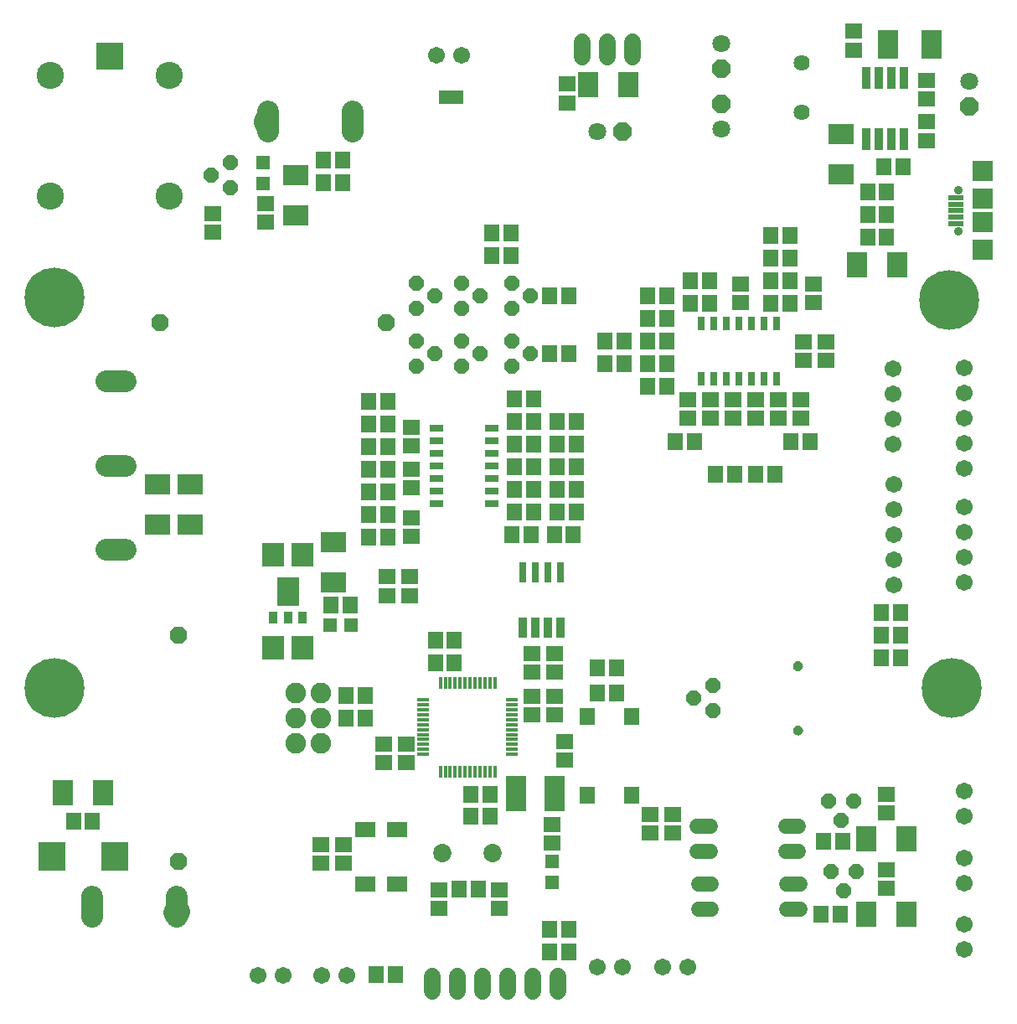
<source format=gbr>
G04 EAGLE Gerber RS-274X export*
G75*
%MOMM*%
%FSLAX34Y34*%
%LPD*%
%INSoldermask Top*%
%IPPOS*%
%AMOC8*
5,1,8,0,0,1.08239X$1,22.5*%
G01*
%ADD10C,2.540000*%
%ADD11C,1.711200*%
%ADD12P,1.951982X8X22.500000*%
%ADD13C,1.803400*%
%ADD14R,1.503200X1.703200*%
%ADD15P,1.951982X8X292.500000*%
%ADD16R,1.703200X1.503200*%
%ADD17R,2.203200X2.403200*%
%ADD18P,1.951982X8X112.500000*%
%ADD19R,2.753200X2.903200*%
%ADD20R,2.003200X2.603200*%
%ADD21R,2.603200X2.003200*%
%ADD22R,2.103200X3.603200*%
%ADD23C,6.045200*%
%ADD24C,1.727200*%
%ADD25C,2.203200*%
%ADD26R,1.553200X0.603200*%
%ADD27R,2.103200X2.003200*%
%ADD28R,2.103200X2.103200*%
%ADD29C,0.903200*%
%ADD30C,2.082800*%
%ADD31R,0.838200X1.473200*%
%ADD32C,1.625600*%
%ADD33R,1.403200X1.403200*%
%ADD34C,1.524000*%
%ADD35P,1.649562X8X202.500000*%
%ADD36P,1.649562X8X112.500000*%
%ADD37P,1.649562X8X292.500000*%
%ADD38R,1.503200X1.803200*%
%ADD39R,1.803200X1.503200*%
%ADD40P,1.869504X8X292.500000*%
%ADD41P,1.869504X8X22.500000*%
%ADD42R,2.743200X2.743200*%
%ADD43C,2.743200*%
%ADD44R,1.503200X1.753200*%
%ADD45R,0.403200X1.203200*%
%ADD46R,1.203200X0.403200*%
%ADD47R,0.903200X1.303200*%
%ADD48R,2.203200X3.003200*%
%ADD49R,0.900000X1.300000*%
%ADD50R,0.812800X2.108200*%
%ADD51R,0.803200X2.108200*%
%ADD52R,1.403200X0.803200*%
%ADD53R,0.803200X1.403200*%
%ADD54R,0.863600X2.235200*%
%ADD55C,1.854200*%
%ADD56R,2.103200X1.503200*%
%ADD57R,2.003200X2.903200*%

G36*
X797758Y339860D02*
X797758Y339860D01*
X797849Y339859D01*
X798813Y339990D01*
X798861Y340006D01*
X798950Y340025D01*
X799861Y340367D01*
X799904Y340393D01*
X799988Y340432D01*
X800799Y340969D01*
X800835Y341004D01*
X800908Y341060D01*
X801580Y341764D01*
X801608Y341806D01*
X801666Y341877D01*
X802164Y342713D01*
X802165Y342716D01*
X802167Y342718D01*
X802173Y342737D01*
X802182Y342760D01*
X802222Y342842D01*
X802522Y343768D01*
X802529Y343818D01*
X802551Y343907D01*
X802637Y344876D01*
X802633Y344923D01*
X802636Y344998D01*
X802534Y345974D01*
X802520Y346022D01*
X802504Y346112D01*
X802188Y347041D01*
X802164Y347085D01*
X802127Y347170D01*
X801613Y348005D01*
X801579Y348042D01*
X801525Y348117D01*
X800837Y348817D01*
X800796Y348846D01*
X800727Y348906D01*
X799900Y349435D01*
X799854Y349454D01*
X799773Y349498D01*
X798850Y349830D01*
X798800Y349838D01*
X798711Y349863D01*
X797737Y349981D01*
X797687Y349978D01*
X797601Y349982D01*
X796599Y349887D01*
X796550Y349873D01*
X796460Y349857D01*
X795504Y349541D01*
X795459Y349517D01*
X795375Y349482D01*
X794514Y348960D01*
X794476Y348927D01*
X794401Y348874D01*
X793677Y348174D01*
X793648Y348133D01*
X793587Y348064D01*
X793037Y347221D01*
X793017Y347175D01*
X792973Y347094D01*
X792625Y346150D01*
X792616Y346100D01*
X792591Y346012D01*
X792461Y345014D01*
X792463Y344971D01*
X792462Y344845D01*
X792601Y343834D01*
X792617Y343786D01*
X792636Y343696D01*
X792998Y342741D01*
X793024Y342698D01*
X793063Y342614D01*
X793627Y341764D01*
X793662Y341727D01*
X793719Y341655D01*
X794459Y340951D01*
X794501Y340923D01*
X794572Y340865D01*
X795450Y340344D01*
X795497Y340326D01*
X795579Y340285D01*
X796551Y339972D01*
X796601Y339965D01*
X796690Y339944D01*
X797708Y339855D01*
X797758Y339860D01*
G37*
G36*
X797758Y274836D02*
X797758Y274836D01*
X797849Y274835D01*
X798813Y274966D01*
X798861Y274982D01*
X798950Y275001D01*
X799861Y275343D01*
X799904Y275369D01*
X799988Y275408D01*
X800799Y275945D01*
X800835Y275980D01*
X800908Y276036D01*
X801580Y276740D01*
X801608Y276782D01*
X801666Y276853D01*
X802164Y277689D01*
X802165Y277692D01*
X802167Y277694D01*
X802173Y277713D01*
X802182Y277736D01*
X802222Y277818D01*
X802522Y278744D01*
X802529Y278794D01*
X802551Y278883D01*
X802637Y279852D01*
X802633Y279899D01*
X802636Y279974D01*
X802534Y280950D01*
X802520Y280998D01*
X802504Y281088D01*
X802188Y282017D01*
X802164Y282061D01*
X802127Y282146D01*
X801613Y282981D01*
X801579Y283018D01*
X801525Y283093D01*
X800837Y283793D01*
X800796Y283822D01*
X800727Y283882D01*
X799900Y284411D01*
X799854Y284430D01*
X799773Y284474D01*
X798850Y284806D01*
X798800Y284814D01*
X798711Y284839D01*
X797737Y284957D01*
X797687Y284954D01*
X797601Y284958D01*
X796599Y284863D01*
X796550Y284849D01*
X796460Y284833D01*
X795504Y284517D01*
X795459Y284493D01*
X795375Y284458D01*
X794514Y283936D01*
X794476Y283903D01*
X794401Y283850D01*
X793677Y283150D01*
X793648Y283109D01*
X793587Y283040D01*
X793037Y282197D01*
X793017Y282151D01*
X792973Y282070D01*
X792625Y281126D01*
X792616Y281076D01*
X792591Y280988D01*
X792461Y279990D01*
X792463Y279947D01*
X792462Y279821D01*
X792601Y278810D01*
X792617Y278762D01*
X792636Y278672D01*
X792998Y277717D01*
X793024Y277674D01*
X793063Y277590D01*
X793627Y276740D01*
X793662Y276703D01*
X793719Y276631D01*
X794459Y275927D01*
X794501Y275899D01*
X794572Y275841D01*
X795450Y275320D01*
X795497Y275302D01*
X795579Y275261D01*
X796551Y274948D01*
X796601Y274941D01*
X796690Y274920D01*
X797708Y274831D01*
X797758Y274836D01*
G37*
D10*
X170180Y97028D02*
X169164Y96012D01*
X260096Y894588D02*
X260604Y895096D01*
D11*
X316230Y32560D03*
X341630Y32560D03*
D12*
X619760Y885190D03*
D13*
X594360Y885190D03*
D14*
X486004Y193548D03*
X467004Y193548D03*
D15*
X720090Y948690D03*
D13*
X720090Y974090D03*
D16*
X563880Y932790D03*
X563880Y913790D03*
X853440Y986130D03*
X853440Y967130D03*
D17*
X296940Y457200D03*
X266940Y457200D03*
D14*
X318160Y833120D03*
X337160Y833120D03*
X318160Y855980D03*
X337160Y855980D03*
D18*
X720090Y913130D03*
D13*
X720090Y887730D03*
D14*
X884580Y849630D03*
X903580Y849630D03*
D15*
X970280Y910590D03*
D13*
X970280Y935990D03*
D16*
X551180Y314300D03*
X551180Y295300D03*
D14*
X595020Y317500D03*
X614020Y317500D03*
D16*
X495300Y118720D03*
X495300Y99720D03*
X434340Y118720D03*
X434340Y99720D03*
X314960Y164440D03*
X314960Y145440D03*
X337820Y164440D03*
X337820Y145440D03*
D14*
X511200Y568960D03*
X530200Y568960D03*
X573380Y546100D03*
X554380Y546100D03*
X530200Y614680D03*
X511200Y614680D03*
X508660Y477520D03*
X527660Y477520D03*
X570332Y477520D03*
X551332Y477520D03*
D16*
X528320Y314300D03*
X528320Y295300D03*
D14*
X530200Y523240D03*
X511200Y523240D03*
X65430Y187960D03*
X84430Y187960D03*
D19*
X43180Y152400D03*
X106680Y152400D03*
D14*
X602640Y650240D03*
X621640Y650240D03*
X602640Y673100D03*
X621640Y673100D03*
X708000Y711200D03*
X689000Y711200D03*
D16*
X812800Y711860D03*
X812800Y730860D03*
D14*
X770280Y711200D03*
X789280Y711200D03*
X430936Y347980D03*
X449936Y347980D03*
X430936Y370840D03*
X449936Y370840D03*
D17*
X296940Y363220D03*
X266940Y363220D03*
D16*
X378460Y247040D03*
X378460Y266040D03*
X401320Y247040D03*
X401320Y266040D03*
D14*
X486004Y214884D03*
X467004Y214884D03*
D20*
X585540Y932180D03*
X626040Y932180D03*
D21*
X289560Y800170D03*
X289560Y840670D03*
X327660Y469830D03*
X327660Y429330D03*
D20*
X906710Y170180D03*
X866210Y170180D03*
X906710Y93980D03*
X866210Y93980D03*
X857320Y750570D03*
X897820Y750570D03*
X54680Y217170D03*
X95180Y217170D03*
D21*
X149860Y528250D03*
X149860Y487750D03*
X182880Y528250D03*
X182880Y487750D03*
D11*
X894540Y426720D03*
X894540Y452120D03*
X894540Y477520D03*
X894540Y502920D03*
X894540Y528320D03*
D22*
X512376Y215900D03*
X551376Y215900D03*
D23*
X45720Y322580D03*
X952500Y322580D03*
X45720Y717550D03*
X949960Y715010D03*
D24*
X579120Y960120D02*
X579120Y975360D01*
X604520Y975360D02*
X604520Y960120D01*
X629920Y960120D02*
X629920Y975360D01*
D25*
X262300Y905000D02*
X262300Y885000D01*
X347300Y885000D02*
X347300Y905000D01*
D26*
X957190Y805180D03*
X957190Y811680D03*
X957190Y798680D03*
X957190Y792180D03*
X957190Y818180D03*
D27*
X983940Y845180D03*
D28*
X983940Y817180D03*
X983940Y793180D03*
D27*
X983940Y765180D03*
D29*
X959440Y784430D03*
X959440Y825930D03*
D11*
X431800Y962200D03*
X457200Y962200D03*
D30*
X314960Y266700D03*
X289560Y266700D03*
X314960Y292100D03*
X289560Y292100D03*
X314960Y317500D03*
X289560Y317500D03*
D31*
X455168Y919480D03*
X447040Y919480D03*
X438912Y919480D03*
D32*
X801370Y904640D03*
X801370Y954640D03*
D11*
X893270Y568960D03*
X893270Y594360D03*
X893270Y619760D03*
X893270Y645160D03*
X965660Y429260D03*
X965660Y454660D03*
X965660Y480060D03*
X965660Y505460D03*
D33*
X324780Y386080D03*
X345780Y386080D03*
X548640Y126660D03*
X548640Y147660D03*
X256540Y853780D03*
X256540Y832780D03*
D11*
X965660Y125730D03*
X965660Y151130D03*
X965660Y193040D03*
X965660Y218440D03*
X965660Y58420D03*
X965660Y83820D03*
X619760Y40465D03*
X594360Y40465D03*
X685800Y40465D03*
X660400Y40465D03*
D34*
X696722Y124460D02*
X709930Y124460D01*
X709930Y99060D02*
X696722Y99060D01*
X786130Y99060D02*
X799338Y99060D01*
X799338Y124460D02*
X786130Y124460D01*
X708660Y182880D02*
X695452Y182880D01*
X695452Y157480D02*
X708660Y157480D01*
X784860Y157480D02*
X798068Y157480D01*
X798068Y182880D02*
X784860Y182880D01*
D25*
X169500Y111950D02*
X169500Y91950D01*
X84500Y91950D02*
X84500Y111950D01*
D11*
X965660Y544830D03*
X965660Y570230D03*
X965660Y595630D03*
X965660Y621030D03*
X965660Y646430D03*
D35*
X830580Y137160D03*
X843280Y118110D03*
X855980Y137160D03*
D36*
X223520Y853440D03*
X204470Y840740D03*
X223520Y828040D03*
X711200Y325120D03*
X692150Y312420D03*
X711200Y299720D03*
D37*
X457200Y706120D03*
X476250Y718820D03*
X457200Y731520D03*
X508000Y647700D03*
X527050Y660400D03*
X508000Y673100D03*
X411480Y706120D03*
X430530Y718820D03*
X411480Y731520D03*
X411480Y647700D03*
X430530Y660400D03*
X411480Y673100D03*
X457200Y647700D03*
X476250Y660400D03*
X457200Y673100D03*
X508000Y706120D03*
X527050Y718820D03*
X508000Y731520D03*
D35*
X828040Y208280D03*
X840740Y189230D03*
X853440Y208280D03*
D38*
X821080Y94488D03*
X840080Y94488D03*
X341020Y314960D03*
X360020Y314960D03*
X360020Y292100D03*
X341020Y292100D03*
D39*
X561340Y268580D03*
X561340Y249580D03*
D38*
X474320Y119380D03*
X455320Y119380D03*
D39*
X551180Y357480D03*
X551180Y338480D03*
X528320Y357480D03*
X528320Y338480D03*
D38*
X595020Y342900D03*
X614020Y342900D03*
D39*
X548640Y184760D03*
X548640Y165760D03*
D38*
X371500Y33020D03*
X390500Y33020D03*
X546760Y55880D03*
X565760Y55880D03*
D39*
X647700Y194920D03*
X647700Y175920D03*
D38*
X546760Y78740D03*
X565760Y78740D03*
X511200Y591820D03*
X530200Y591820D03*
X554380Y591820D03*
X573380Y591820D03*
X554380Y568960D03*
X573380Y568960D03*
X511200Y500380D03*
X530200Y500380D03*
X554380Y523240D03*
X573380Y523240D03*
X554380Y500380D03*
X573380Y500380D03*
X382880Y520700D03*
X363880Y520700D03*
X382880Y474980D03*
X363880Y474980D03*
D39*
X406400Y475640D03*
X406400Y494640D03*
X927100Y894690D03*
X927100Y875690D03*
D38*
X363880Y497840D03*
X382880Y497840D03*
D40*
X171450Y375920D03*
X171450Y147320D03*
D38*
X664820Y650240D03*
X645820Y650240D03*
X664820Y627380D03*
X645820Y627380D03*
X664820Y695960D03*
X645820Y695960D03*
X664820Y673100D03*
X645820Y673100D03*
X689000Y734060D03*
X708000Y734060D03*
X546760Y660400D03*
X565760Y660400D03*
X488340Y759460D03*
X507340Y759460D03*
X488340Y782320D03*
X507340Y782320D03*
D39*
X927100Y936600D03*
X927100Y917600D03*
D41*
X152400Y692150D03*
X381000Y692150D03*
D38*
X363880Y543560D03*
X382880Y543560D03*
X382880Y566420D03*
X363880Y566420D03*
X382880Y612140D03*
X363880Y612140D03*
X382880Y589280D03*
X363880Y589280D03*
D39*
X406400Y586080D03*
X406400Y567080D03*
D38*
X770280Y734060D03*
X789280Y734060D03*
X770280Y779780D03*
X789280Y779780D03*
X789280Y756920D03*
X770280Y756920D03*
X546760Y718820D03*
X565760Y718820D03*
X664820Y718820D03*
X645820Y718820D03*
X823620Y167640D03*
X842620Y167640D03*
D39*
X670560Y194920D03*
X670560Y175920D03*
X886460Y120040D03*
X886460Y139040D03*
X886460Y196240D03*
X886460Y215240D03*
D38*
X901040Y398780D03*
X882040Y398780D03*
X901040Y375920D03*
X882040Y375920D03*
X901040Y353060D03*
X882040Y353060D03*
D39*
X205740Y801980D03*
X205740Y782980D03*
X259080Y793140D03*
X259080Y812140D03*
D38*
X887070Y778510D03*
X868070Y778510D03*
X887070Y801370D03*
X868070Y801370D03*
X325780Y406400D03*
X344780Y406400D03*
X868070Y824230D03*
X887070Y824230D03*
D42*
X101650Y961500D03*
D43*
X41650Y941500D03*
X41650Y819500D03*
X161650Y819500D03*
X161650Y941500D03*
D44*
X629560Y214250D03*
X629560Y293750D03*
X584560Y214250D03*
X584560Y293750D03*
D11*
X251460Y32560D03*
X276860Y32560D03*
D25*
X118300Y462370D02*
X98300Y462370D01*
X98300Y547370D02*
X118300Y547370D01*
X118300Y632370D02*
X98300Y632370D01*
D45*
X436050Y238210D03*
X441050Y238210D03*
X446050Y238210D03*
X451050Y238210D03*
X456050Y238210D03*
X461050Y238210D03*
X466050Y238210D03*
X471050Y238210D03*
X476050Y238210D03*
X481050Y238210D03*
X486050Y238210D03*
X491050Y238210D03*
D46*
X508550Y255710D03*
X508550Y260710D03*
X508550Y265710D03*
X508550Y270710D03*
X508550Y275710D03*
X508550Y280710D03*
X508550Y285710D03*
X508550Y290710D03*
X508550Y295710D03*
X508550Y300710D03*
X508550Y305710D03*
X508550Y310710D03*
D45*
X491050Y328210D03*
X486050Y328210D03*
X481050Y328210D03*
X476050Y328210D03*
X471050Y328210D03*
X466050Y328210D03*
X461050Y328210D03*
X456050Y328210D03*
X451050Y328210D03*
X446050Y328210D03*
X441050Y328210D03*
X436050Y328210D03*
D46*
X418550Y310710D03*
X418550Y305710D03*
X418550Y300710D03*
X418550Y295710D03*
X418550Y290710D03*
X418550Y285710D03*
X418550Y280710D03*
X418550Y275710D03*
X418550Y270710D03*
X418550Y265710D03*
X418550Y260710D03*
X418550Y255710D03*
D47*
X296940Y393980D03*
X266940Y393980D03*
D48*
X281940Y420480D03*
D49*
X281940Y393980D03*
D50*
X519430Y383480D03*
X532130Y383480D03*
X544830Y383480D03*
X557530Y383480D03*
D51*
X557530Y439480D03*
X544830Y439480D03*
X532130Y439480D03*
X519430Y439480D03*
D52*
X431740Y585470D03*
X431740Y572770D03*
X431740Y560070D03*
X431740Y547370D03*
X431740Y534670D03*
X431740Y521970D03*
X431740Y509270D03*
X487740Y509270D03*
X487740Y521970D03*
X487740Y534670D03*
X487740Y547370D03*
X487740Y560070D03*
X487740Y572770D03*
X487740Y585470D03*
D53*
X699770Y634940D03*
X712470Y634940D03*
X725170Y634940D03*
X737870Y634940D03*
X750570Y634940D03*
X763270Y634940D03*
X775970Y634940D03*
X775970Y690940D03*
X763270Y690940D03*
X750570Y690940D03*
X737870Y690940D03*
X725170Y690940D03*
X712470Y690940D03*
X699770Y690940D03*
D54*
X866140Y877316D03*
X866140Y938784D03*
X878840Y877316D03*
X891540Y877316D03*
X878840Y938784D03*
X891540Y938784D03*
X904240Y877316D03*
X904240Y938784D03*
D55*
X488950Y156210D03*
X438150Y156210D03*
D56*
X359920Y179900D03*
X359920Y124900D03*
X391920Y124900D03*
X391920Y179900D03*
D39*
X708660Y614020D03*
X708660Y595020D03*
X731520Y614020D03*
X731520Y595020D03*
X777240Y614020D03*
X777240Y595020D03*
D16*
X825500Y672440D03*
X825500Y653440D03*
X802640Y653440D03*
X802640Y672440D03*
D38*
X774040Y538480D03*
X755040Y538480D03*
X714400Y538480D03*
X733400Y538480D03*
D24*
X554990Y31750D02*
X554990Y16510D01*
X529590Y16510D02*
X529590Y31750D01*
X504190Y31750D02*
X504190Y16510D01*
X478790Y16510D02*
X478790Y31750D01*
X453390Y31750D02*
X453390Y16510D01*
X427990Y16510D02*
X427990Y31750D01*
D38*
X692760Y571500D03*
X673760Y571500D03*
X809600Y571500D03*
X790600Y571500D03*
D14*
X530200Y546100D03*
X511200Y546100D03*
D16*
X406400Y524916D03*
X406400Y543916D03*
X754380Y614020D03*
X754380Y595020D03*
X739140Y711860D03*
X739140Y730860D03*
D21*
X840740Y882580D03*
X840740Y842080D03*
D39*
X405130Y415950D03*
X405130Y434950D03*
X382270Y415950D03*
X382270Y434950D03*
D57*
X932590Y972820D03*
X888590Y972820D03*
D39*
X800100Y614020D03*
X800100Y595020D03*
X685800Y614020D03*
X685800Y595020D03*
M02*

</source>
